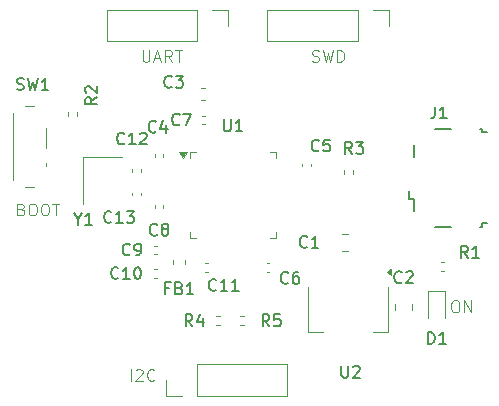
<source format=gbr>
%TF.GenerationSoftware,KiCad,Pcbnew,8.0.5*%
%TF.CreationDate,2024-09-22T14:53:49-07:00*%
%TF.ProjectId,Udemy_STM32_KiCAD_Course,5564656d-795f-4535-944d-33325f4b6943,rev?*%
%TF.SameCoordinates,Original*%
%TF.FileFunction,Legend,Top*%
%TF.FilePolarity,Positive*%
%FSLAX46Y46*%
G04 Gerber Fmt 4.6, Leading zero omitted, Abs format (unit mm)*
G04 Created by KiCad (PCBNEW 8.0.5) date 2024-09-22 14:53:49*
%MOMM*%
%LPD*%
G01*
G04 APERTURE LIST*
%ADD10C,0.100000*%
%ADD11C,0.150000*%
%ADD12C,0.120000*%
G04 APERTURE END LIST*
D10*
X117103884Y-123072419D02*
X117103884Y-122072419D01*
X117532455Y-122167657D02*
X117580074Y-122120038D01*
X117580074Y-122120038D02*
X117675312Y-122072419D01*
X117675312Y-122072419D02*
X117913407Y-122072419D01*
X117913407Y-122072419D02*
X118008645Y-122120038D01*
X118008645Y-122120038D02*
X118056264Y-122167657D01*
X118056264Y-122167657D02*
X118103883Y-122262895D01*
X118103883Y-122262895D02*
X118103883Y-122358133D01*
X118103883Y-122358133D02*
X118056264Y-122500990D01*
X118056264Y-122500990D02*
X117484836Y-123072419D01*
X117484836Y-123072419D02*
X118103883Y-123072419D01*
X119103883Y-122977180D02*
X119056264Y-123024800D01*
X119056264Y-123024800D02*
X118913407Y-123072419D01*
X118913407Y-123072419D02*
X118818169Y-123072419D01*
X118818169Y-123072419D02*
X118675312Y-123024800D01*
X118675312Y-123024800D02*
X118580074Y-122929561D01*
X118580074Y-122929561D02*
X118532455Y-122834323D01*
X118532455Y-122834323D02*
X118484836Y-122643847D01*
X118484836Y-122643847D02*
X118484836Y-122500990D01*
X118484836Y-122500990D02*
X118532455Y-122310514D01*
X118532455Y-122310514D02*
X118580074Y-122215276D01*
X118580074Y-122215276D02*
X118675312Y-122120038D01*
X118675312Y-122120038D02*
X118818169Y-122072419D01*
X118818169Y-122072419D02*
X118913407Y-122072419D01*
X118913407Y-122072419D02*
X119056264Y-122120038D01*
X119056264Y-122120038D02*
X119103883Y-122167657D01*
X144494360Y-116272419D02*
X144684836Y-116272419D01*
X144684836Y-116272419D02*
X144780074Y-116320038D01*
X144780074Y-116320038D02*
X144875312Y-116415276D01*
X144875312Y-116415276D02*
X144922931Y-116605752D01*
X144922931Y-116605752D02*
X144922931Y-116939085D01*
X144922931Y-116939085D02*
X144875312Y-117129561D01*
X144875312Y-117129561D02*
X144780074Y-117224800D01*
X144780074Y-117224800D02*
X144684836Y-117272419D01*
X144684836Y-117272419D02*
X144494360Y-117272419D01*
X144494360Y-117272419D02*
X144399122Y-117224800D01*
X144399122Y-117224800D02*
X144303884Y-117129561D01*
X144303884Y-117129561D02*
X144256265Y-116939085D01*
X144256265Y-116939085D02*
X144256265Y-116605752D01*
X144256265Y-116605752D02*
X144303884Y-116415276D01*
X144303884Y-116415276D02*
X144399122Y-116320038D01*
X144399122Y-116320038D02*
X144494360Y-116272419D01*
X145351503Y-117272419D02*
X145351503Y-116272419D01*
X145351503Y-116272419D02*
X145922931Y-117272419D01*
X145922931Y-117272419D02*
X145922931Y-116272419D01*
X107837217Y-108548609D02*
X107980074Y-108596228D01*
X107980074Y-108596228D02*
X108027693Y-108643847D01*
X108027693Y-108643847D02*
X108075312Y-108739085D01*
X108075312Y-108739085D02*
X108075312Y-108881942D01*
X108075312Y-108881942D02*
X108027693Y-108977180D01*
X108027693Y-108977180D02*
X107980074Y-109024800D01*
X107980074Y-109024800D02*
X107884836Y-109072419D01*
X107884836Y-109072419D02*
X107503884Y-109072419D01*
X107503884Y-109072419D02*
X107503884Y-108072419D01*
X107503884Y-108072419D02*
X107837217Y-108072419D01*
X107837217Y-108072419D02*
X107932455Y-108120038D01*
X107932455Y-108120038D02*
X107980074Y-108167657D01*
X107980074Y-108167657D02*
X108027693Y-108262895D01*
X108027693Y-108262895D02*
X108027693Y-108358133D01*
X108027693Y-108358133D02*
X107980074Y-108453371D01*
X107980074Y-108453371D02*
X107932455Y-108500990D01*
X107932455Y-108500990D02*
X107837217Y-108548609D01*
X107837217Y-108548609D02*
X107503884Y-108548609D01*
X108694360Y-108072419D02*
X108884836Y-108072419D01*
X108884836Y-108072419D02*
X108980074Y-108120038D01*
X108980074Y-108120038D02*
X109075312Y-108215276D01*
X109075312Y-108215276D02*
X109122931Y-108405752D01*
X109122931Y-108405752D02*
X109122931Y-108739085D01*
X109122931Y-108739085D02*
X109075312Y-108929561D01*
X109075312Y-108929561D02*
X108980074Y-109024800D01*
X108980074Y-109024800D02*
X108884836Y-109072419D01*
X108884836Y-109072419D02*
X108694360Y-109072419D01*
X108694360Y-109072419D02*
X108599122Y-109024800D01*
X108599122Y-109024800D02*
X108503884Y-108929561D01*
X108503884Y-108929561D02*
X108456265Y-108739085D01*
X108456265Y-108739085D02*
X108456265Y-108405752D01*
X108456265Y-108405752D02*
X108503884Y-108215276D01*
X108503884Y-108215276D02*
X108599122Y-108120038D01*
X108599122Y-108120038D02*
X108694360Y-108072419D01*
X109741979Y-108072419D02*
X109932455Y-108072419D01*
X109932455Y-108072419D02*
X110027693Y-108120038D01*
X110027693Y-108120038D02*
X110122931Y-108215276D01*
X110122931Y-108215276D02*
X110170550Y-108405752D01*
X110170550Y-108405752D02*
X110170550Y-108739085D01*
X110170550Y-108739085D02*
X110122931Y-108929561D01*
X110122931Y-108929561D02*
X110027693Y-109024800D01*
X110027693Y-109024800D02*
X109932455Y-109072419D01*
X109932455Y-109072419D02*
X109741979Y-109072419D01*
X109741979Y-109072419D02*
X109646741Y-109024800D01*
X109646741Y-109024800D02*
X109551503Y-108929561D01*
X109551503Y-108929561D02*
X109503884Y-108739085D01*
X109503884Y-108739085D02*
X109503884Y-108405752D01*
X109503884Y-108405752D02*
X109551503Y-108215276D01*
X109551503Y-108215276D02*
X109646741Y-108120038D01*
X109646741Y-108120038D02*
X109741979Y-108072419D01*
X110456265Y-108072419D02*
X111027693Y-108072419D01*
X110741979Y-109072419D02*
X110741979Y-108072419D01*
X118103884Y-95072419D02*
X118103884Y-95881942D01*
X118103884Y-95881942D02*
X118151503Y-95977180D01*
X118151503Y-95977180D02*
X118199122Y-96024800D01*
X118199122Y-96024800D02*
X118294360Y-96072419D01*
X118294360Y-96072419D02*
X118484836Y-96072419D01*
X118484836Y-96072419D02*
X118580074Y-96024800D01*
X118580074Y-96024800D02*
X118627693Y-95977180D01*
X118627693Y-95977180D02*
X118675312Y-95881942D01*
X118675312Y-95881942D02*
X118675312Y-95072419D01*
X119103884Y-95786704D02*
X119580074Y-95786704D01*
X119008646Y-96072419D02*
X119341979Y-95072419D01*
X119341979Y-95072419D02*
X119675312Y-96072419D01*
X120580074Y-96072419D02*
X120246741Y-95596228D01*
X120008646Y-96072419D02*
X120008646Y-95072419D01*
X120008646Y-95072419D02*
X120389598Y-95072419D01*
X120389598Y-95072419D02*
X120484836Y-95120038D01*
X120484836Y-95120038D02*
X120532455Y-95167657D01*
X120532455Y-95167657D02*
X120580074Y-95262895D01*
X120580074Y-95262895D02*
X120580074Y-95405752D01*
X120580074Y-95405752D02*
X120532455Y-95500990D01*
X120532455Y-95500990D02*
X120484836Y-95548609D01*
X120484836Y-95548609D02*
X120389598Y-95596228D01*
X120389598Y-95596228D02*
X120008646Y-95596228D01*
X120865789Y-95072419D02*
X121437217Y-95072419D01*
X121151503Y-96072419D02*
X121151503Y-95072419D01*
X132456265Y-96024800D02*
X132599122Y-96072419D01*
X132599122Y-96072419D02*
X132837217Y-96072419D01*
X132837217Y-96072419D02*
X132932455Y-96024800D01*
X132932455Y-96024800D02*
X132980074Y-95977180D01*
X132980074Y-95977180D02*
X133027693Y-95881942D01*
X133027693Y-95881942D02*
X133027693Y-95786704D01*
X133027693Y-95786704D02*
X132980074Y-95691466D01*
X132980074Y-95691466D02*
X132932455Y-95643847D01*
X132932455Y-95643847D02*
X132837217Y-95596228D01*
X132837217Y-95596228D02*
X132646741Y-95548609D01*
X132646741Y-95548609D02*
X132551503Y-95500990D01*
X132551503Y-95500990D02*
X132503884Y-95453371D01*
X132503884Y-95453371D02*
X132456265Y-95358133D01*
X132456265Y-95358133D02*
X132456265Y-95262895D01*
X132456265Y-95262895D02*
X132503884Y-95167657D01*
X132503884Y-95167657D02*
X132551503Y-95120038D01*
X132551503Y-95120038D02*
X132646741Y-95072419D01*
X132646741Y-95072419D02*
X132884836Y-95072419D01*
X132884836Y-95072419D02*
X133027693Y-95120038D01*
X133361027Y-95072419D02*
X133599122Y-96072419D01*
X133599122Y-96072419D02*
X133789598Y-95358133D01*
X133789598Y-95358133D02*
X133980074Y-96072419D01*
X133980074Y-96072419D02*
X134218170Y-95072419D01*
X134599122Y-96072419D02*
X134599122Y-95072419D01*
X134599122Y-95072419D02*
X134837217Y-95072419D01*
X134837217Y-95072419D02*
X134980074Y-95120038D01*
X134980074Y-95120038D02*
X135075312Y-95215276D01*
X135075312Y-95215276D02*
X135122931Y-95310514D01*
X135122931Y-95310514D02*
X135170550Y-95500990D01*
X135170550Y-95500990D02*
X135170550Y-95643847D01*
X135170550Y-95643847D02*
X135122931Y-95834323D01*
X135122931Y-95834323D02*
X135075312Y-95929561D01*
X135075312Y-95929561D02*
X134980074Y-96024800D01*
X134980074Y-96024800D02*
X134837217Y-96072419D01*
X134837217Y-96072419D02*
X134599122Y-96072419D01*
D11*
X107466667Y-98407200D02*
X107609524Y-98454819D01*
X107609524Y-98454819D02*
X107847619Y-98454819D01*
X107847619Y-98454819D02*
X107942857Y-98407200D01*
X107942857Y-98407200D02*
X107990476Y-98359580D01*
X107990476Y-98359580D02*
X108038095Y-98264342D01*
X108038095Y-98264342D02*
X108038095Y-98169104D01*
X108038095Y-98169104D02*
X107990476Y-98073866D01*
X107990476Y-98073866D02*
X107942857Y-98026247D01*
X107942857Y-98026247D02*
X107847619Y-97978628D01*
X107847619Y-97978628D02*
X107657143Y-97931009D01*
X107657143Y-97931009D02*
X107561905Y-97883390D01*
X107561905Y-97883390D02*
X107514286Y-97835771D01*
X107514286Y-97835771D02*
X107466667Y-97740533D01*
X107466667Y-97740533D02*
X107466667Y-97645295D01*
X107466667Y-97645295D02*
X107514286Y-97550057D01*
X107514286Y-97550057D02*
X107561905Y-97502438D01*
X107561905Y-97502438D02*
X107657143Y-97454819D01*
X107657143Y-97454819D02*
X107895238Y-97454819D01*
X107895238Y-97454819D02*
X108038095Y-97502438D01*
X108371429Y-97454819D02*
X108609524Y-98454819D01*
X108609524Y-98454819D02*
X108800000Y-97740533D01*
X108800000Y-97740533D02*
X108990476Y-98454819D01*
X108990476Y-98454819D02*
X109228572Y-97454819D01*
X110133333Y-98454819D02*
X109561905Y-98454819D01*
X109847619Y-98454819D02*
X109847619Y-97454819D01*
X109847619Y-97454819D02*
X109752381Y-97597676D01*
X109752381Y-97597676D02*
X109657143Y-97692914D01*
X109657143Y-97692914D02*
X109561905Y-97740533D01*
X112623809Y-109378628D02*
X112623809Y-109854819D01*
X112290476Y-108854819D02*
X112623809Y-109378628D01*
X112623809Y-109378628D02*
X112957142Y-108854819D01*
X113814285Y-109854819D02*
X113242857Y-109854819D01*
X113528571Y-109854819D02*
X113528571Y-108854819D01*
X113528571Y-108854819D02*
X113433333Y-108997676D01*
X113433333Y-108997676D02*
X113338095Y-109092914D01*
X113338095Y-109092914D02*
X113242857Y-109140533D01*
X134938095Y-121804819D02*
X134938095Y-122614342D01*
X134938095Y-122614342D02*
X134985714Y-122709580D01*
X134985714Y-122709580D02*
X135033333Y-122757200D01*
X135033333Y-122757200D02*
X135128571Y-122804819D01*
X135128571Y-122804819D02*
X135319047Y-122804819D01*
X135319047Y-122804819D02*
X135414285Y-122757200D01*
X135414285Y-122757200D02*
X135461904Y-122709580D01*
X135461904Y-122709580D02*
X135509523Y-122614342D01*
X135509523Y-122614342D02*
X135509523Y-121804819D01*
X135938095Y-121900057D02*
X135985714Y-121852438D01*
X135985714Y-121852438D02*
X136080952Y-121804819D01*
X136080952Y-121804819D02*
X136319047Y-121804819D01*
X136319047Y-121804819D02*
X136414285Y-121852438D01*
X136414285Y-121852438D02*
X136461904Y-121900057D01*
X136461904Y-121900057D02*
X136509523Y-121995295D01*
X136509523Y-121995295D02*
X136509523Y-122090533D01*
X136509523Y-122090533D02*
X136461904Y-122233390D01*
X136461904Y-122233390D02*
X135890476Y-122804819D01*
X135890476Y-122804819D02*
X136509523Y-122804819D01*
X124988095Y-100942319D02*
X124988095Y-101751842D01*
X124988095Y-101751842D02*
X125035714Y-101847080D01*
X125035714Y-101847080D02*
X125083333Y-101894700D01*
X125083333Y-101894700D02*
X125178571Y-101942319D01*
X125178571Y-101942319D02*
X125369047Y-101942319D01*
X125369047Y-101942319D02*
X125464285Y-101894700D01*
X125464285Y-101894700D02*
X125511904Y-101847080D01*
X125511904Y-101847080D02*
X125559523Y-101751842D01*
X125559523Y-101751842D02*
X125559523Y-100942319D01*
X126559523Y-101942319D02*
X125988095Y-101942319D01*
X126273809Y-101942319D02*
X126273809Y-100942319D01*
X126273809Y-100942319D02*
X126178571Y-101085176D01*
X126178571Y-101085176D02*
X126083333Y-101180414D01*
X126083333Y-101180414D02*
X125988095Y-101228033D01*
X128843333Y-118454819D02*
X128510000Y-117978628D01*
X128271905Y-118454819D02*
X128271905Y-117454819D01*
X128271905Y-117454819D02*
X128652857Y-117454819D01*
X128652857Y-117454819D02*
X128748095Y-117502438D01*
X128748095Y-117502438D02*
X128795714Y-117550057D01*
X128795714Y-117550057D02*
X128843333Y-117645295D01*
X128843333Y-117645295D02*
X128843333Y-117788152D01*
X128843333Y-117788152D02*
X128795714Y-117883390D01*
X128795714Y-117883390D02*
X128748095Y-117931009D01*
X128748095Y-117931009D02*
X128652857Y-117978628D01*
X128652857Y-117978628D02*
X128271905Y-117978628D01*
X129748095Y-117454819D02*
X129271905Y-117454819D01*
X129271905Y-117454819D02*
X129224286Y-117931009D01*
X129224286Y-117931009D02*
X129271905Y-117883390D01*
X129271905Y-117883390D02*
X129367143Y-117835771D01*
X129367143Y-117835771D02*
X129605238Y-117835771D01*
X129605238Y-117835771D02*
X129700476Y-117883390D01*
X129700476Y-117883390D02*
X129748095Y-117931009D01*
X129748095Y-117931009D02*
X129795714Y-118026247D01*
X129795714Y-118026247D02*
X129795714Y-118264342D01*
X129795714Y-118264342D02*
X129748095Y-118359580D01*
X129748095Y-118359580D02*
X129700476Y-118407200D01*
X129700476Y-118407200D02*
X129605238Y-118454819D01*
X129605238Y-118454819D02*
X129367143Y-118454819D01*
X129367143Y-118454819D02*
X129271905Y-118407200D01*
X129271905Y-118407200D02*
X129224286Y-118359580D01*
X122323333Y-118454819D02*
X121990000Y-117978628D01*
X121751905Y-118454819D02*
X121751905Y-117454819D01*
X121751905Y-117454819D02*
X122132857Y-117454819D01*
X122132857Y-117454819D02*
X122228095Y-117502438D01*
X122228095Y-117502438D02*
X122275714Y-117550057D01*
X122275714Y-117550057D02*
X122323333Y-117645295D01*
X122323333Y-117645295D02*
X122323333Y-117788152D01*
X122323333Y-117788152D02*
X122275714Y-117883390D01*
X122275714Y-117883390D02*
X122228095Y-117931009D01*
X122228095Y-117931009D02*
X122132857Y-117978628D01*
X122132857Y-117978628D02*
X121751905Y-117978628D01*
X123180476Y-117788152D02*
X123180476Y-118454819D01*
X122942381Y-117407200D02*
X122704286Y-118121485D01*
X122704286Y-118121485D02*
X123323333Y-118121485D01*
X135833333Y-103854819D02*
X135500000Y-103378628D01*
X135261905Y-103854819D02*
X135261905Y-102854819D01*
X135261905Y-102854819D02*
X135642857Y-102854819D01*
X135642857Y-102854819D02*
X135738095Y-102902438D01*
X135738095Y-102902438D02*
X135785714Y-102950057D01*
X135785714Y-102950057D02*
X135833333Y-103045295D01*
X135833333Y-103045295D02*
X135833333Y-103188152D01*
X135833333Y-103188152D02*
X135785714Y-103283390D01*
X135785714Y-103283390D02*
X135738095Y-103331009D01*
X135738095Y-103331009D02*
X135642857Y-103378628D01*
X135642857Y-103378628D02*
X135261905Y-103378628D01*
X136166667Y-102854819D02*
X136785714Y-102854819D01*
X136785714Y-102854819D02*
X136452381Y-103235771D01*
X136452381Y-103235771D02*
X136595238Y-103235771D01*
X136595238Y-103235771D02*
X136690476Y-103283390D01*
X136690476Y-103283390D02*
X136738095Y-103331009D01*
X136738095Y-103331009D02*
X136785714Y-103426247D01*
X136785714Y-103426247D02*
X136785714Y-103664342D01*
X136785714Y-103664342D02*
X136738095Y-103759580D01*
X136738095Y-103759580D02*
X136690476Y-103807200D01*
X136690476Y-103807200D02*
X136595238Y-103854819D01*
X136595238Y-103854819D02*
X136309524Y-103854819D01*
X136309524Y-103854819D02*
X136214286Y-103807200D01*
X136214286Y-103807200D02*
X136166667Y-103759580D01*
X114254819Y-99076666D02*
X113778628Y-99409999D01*
X114254819Y-99648094D02*
X113254819Y-99648094D01*
X113254819Y-99648094D02*
X113254819Y-99267142D01*
X113254819Y-99267142D02*
X113302438Y-99171904D01*
X113302438Y-99171904D02*
X113350057Y-99124285D01*
X113350057Y-99124285D02*
X113445295Y-99076666D01*
X113445295Y-99076666D02*
X113588152Y-99076666D01*
X113588152Y-99076666D02*
X113683390Y-99124285D01*
X113683390Y-99124285D02*
X113731009Y-99171904D01*
X113731009Y-99171904D02*
X113778628Y-99267142D01*
X113778628Y-99267142D02*
X113778628Y-99648094D01*
X113350057Y-98695713D02*
X113302438Y-98648094D01*
X113302438Y-98648094D02*
X113254819Y-98552856D01*
X113254819Y-98552856D02*
X113254819Y-98314761D01*
X113254819Y-98314761D02*
X113302438Y-98219523D01*
X113302438Y-98219523D02*
X113350057Y-98171904D01*
X113350057Y-98171904D02*
X113445295Y-98124285D01*
X113445295Y-98124285D02*
X113540533Y-98124285D01*
X113540533Y-98124285D02*
X113683390Y-98171904D01*
X113683390Y-98171904D02*
X114254819Y-98743332D01*
X114254819Y-98743332D02*
X114254819Y-98124285D01*
X145633333Y-112654819D02*
X145300000Y-112178628D01*
X145061905Y-112654819D02*
X145061905Y-111654819D01*
X145061905Y-111654819D02*
X145442857Y-111654819D01*
X145442857Y-111654819D02*
X145538095Y-111702438D01*
X145538095Y-111702438D02*
X145585714Y-111750057D01*
X145585714Y-111750057D02*
X145633333Y-111845295D01*
X145633333Y-111845295D02*
X145633333Y-111988152D01*
X145633333Y-111988152D02*
X145585714Y-112083390D01*
X145585714Y-112083390D02*
X145538095Y-112131009D01*
X145538095Y-112131009D02*
X145442857Y-112178628D01*
X145442857Y-112178628D02*
X145061905Y-112178628D01*
X146585714Y-112654819D02*
X146014286Y-112654819D01*
X146300000Y-112654819D02*
X146300000Y-111654819D01*
X146300000Y-111654819D02*
X146204762Y-111797676D01*
X146204762Y-111797676D02*
X146109524Y-111892914D01*
X146109524Y-111892914D02*
X146014286Y-111940533D01*
X142866666Y-99854819D02*
X142866666Y-100569104D01*
X142866666Y-100569104D02*
X142819047Y-100711961D01*
X142819047Y-100711961D02*
X142723809Y-100807200D01*
X142723809Y-100807200D02*
X142580952Y-100854819D01*
X142580952Y-100854819D02*
X142485714Y-100854819D01*
X143866666Y-100854819D02*
X143295238Y-100854819D01*
X143580952Y-100854819D02*
X143580952Y-99854819D01*
X143580952Y-99854819D02*
X143485714Y-99997676D01*
X143485714Y-99997676D02*
X143390476Y-100092914D01*
X143390476Y-100092914D02*
X143295238Y-100140533D01*
X120366666Y-115218509D02*
X120033333Y-115218509D01*
X120033333Y-115742319D02*
X120033333Y-114742319D01*
X120033333Y-114742319D02*
X120509523Y-114742319D01*
X121223809Y-115218509D02*
X121366666Y-115266128D01*
X121366666Y-115266128D02*
X121414285Y-115313747D01*
X121414285Y-115313747D02*
X121461904Y-115408985D01*
X121461904Y-115408985D02*
X121461904Y-115551842D01*
X121461904Y-115551842D02*
X121414285Y-115647080D01*
X121414285Y-115647080D02*
X121366666Y-115694700D01*
X121366666Y-115694700D02*
X121271428Y-115742319D01*
X121271428Y-115742319D02*
X120890476Y-115742319D01*
X120890476Y-115742319D02*
X120890476Y-114742319D01*
X120890476Y-114742319D02*
X121223809Y-114742319D01*
X121223809Y-114742319D02*
X121319047Y-114789938D01*
X121319047Y-114789938D02*
X121366666Y-114837557D01*
X121366666Y-114837557D02*
X121414285Y-114932795D01*
X121414285Y-114932795D02*
X121414285Y-115028033D01*
X121414285Y-115028033D02*
X121366666Y-115123271D01*
X121366666Y-115123271D02*
X121319047Y-115170890D01*
X121319047Y-115170890D02*
X121223809Y-115218509D01*
X121223809Y-115218509D02*
X120890476Y-115218509D01*
X122414285Y-115742319D02*
X121842857Y-115742319D01*
X122128571Y-115742319D02*
X122128571Y-114742319D01*
X122128571Y-114742319D02*
X122033333Y-114885176D01*
X122033333Y-114885176D02*
X121938095Y-114980414D01*
X121938095Y-114980414D02*
X121842857Y-115028033D01*
X142261905Y-119954819D02*
X142261905Y-118954819D01*
X142261905Y-118954819D02*
X142500000Y-118954819D01*
X142500000Y-118954819D02*
X142642857Y-119002438D01*
X142642857Y-119002438D02*
X142738095Y-119097676D01*
X142738095Y-119097676D02*
X142785714Y-119192914D01*
X142785714Y-119192914D02*
X142833333Y-119383390D01*
X142833333Y-119383390D02*
X142833333Y-119526247D01*
X142833333Y-119526247D02*
X142785714Y-119716723D01*
X142785714Y-119716723D02*
X142738095Y-119811961D01*
X142738095Y-119811961D02*
X142642857Y-119907200D01*
X142642857Y-119907200D02*
X142500000Y-119954819D01*
X142500000Y-119954819D02*
X142261905Y-119954819D01*
X143785714Y-119954819D02*
X143214286Y-119954819D01*
X143500000Y-119954819D02*
X143500000Y-118954819D01*
X143500000Y-118954819D02*
X143404762Y-119097676D01*
X143404762Y-119097676D02*
X143309524Y-119192914D01*
X143309524Y-119192914D02*
X143214286Y-119240533D01*
X115457142Y-109609580D02*
X115409523Y-109657200D01*
X115409523Y-109657200D02*
X115266666Y-109704819D01*
X115266666Y-109704819D02*
X115171428Y-109704819D01*
X115171428Y-109704819D02*
X115028571Y-109657200D01*
X115028571Y-109657200D02*
X114933333Y-109561961D01*
X114933333Y-109561961D02*
X114885714Y-109466723D01*
X114885714Y-109466723D02*
X114838095Y-109276247D01*
X114838095Y-109276247D02*
X114838095Y-109133390D01*
X114838095Y-109133390D02*
X114885714Y-108942914D01*
X114885714Y-108942914D02*
X114933333Y-108847676D01*
X114933333Y-108847676D02*
X115028571Y-108752438D01*
X115028571Y-108752438D02*
X115171428Y-108704819D01*
X115171428Y-108704819D02*
X115266666Y-108704819D01*
X115266666Y-108704819D02*
X115409523Y-108752438D01*
X115409523Y-108752438D02*
X115457142Y-108800057D01*
X116409523Y-109704819D02*
X115838095Y-109704819D01*
X116123809Y-109704819D02*
X116123809Y-108704819D01*
X116123809Y-108704819D02*
X116028571Y-108847676D01*
X116028571Y-108847676D02*
X115933333Y-108942914D01*
X115933333Y-108942914D02*
X115838095Y-108990533D01*
X116742857Y-108704819D02*
X117361904Y-108704819D01*
X117361904Y-108704819D02*
X117028571Y-109085771D01*
X117028571Y-109085771D02*
X117171428Y-109085771D01*
X117171428Y-109085771D02*
X117266666Y-109133390D01*
X117266666Y-109133390D02*
X117314285Y-109181009D01*
X117314285Y-109181009D02*
X117361904Y-109276247D01*
X117361904Y-109276247D02*
X117361904Y-109514342D01*
X117361904Y-109514342D02*
X117314285Y-109609580D01*
X117314285Y-109609580D02*
X117266666Y-109657200D01*
X117266666Y-109657200D02*
X117171428Y-109704819D01*
X117171428Y-109704819D02*
X116885714Y-109704819D01*
X116885714Y-109704819D02*
X116790476Y-109657200D01*
X116790476Y-109657200D02*
X116742857Y-109609580D01*
X116557142Y-102959580D02*
X116509523Y-103007200D01*
X116509523Y-103007200D02*
X116366666Y-103054819D01*
X116366666Y-103054819D02*
X116271428Y-103054819D01*
X116271428Y-103054819D02*
X116128571Y-103007200D01*
X116128571Y-103007200D02*
X116033333Y-102911961D01*
X116033333Y-102911961D02*
X115985714Y-102816723D01*
X115985714Y-102816723D02*
X115938095Y-102626247D01*
X115938095Y-102626247D02*
X115938095Y-102483390D01*
X115938095Y-102483390D02*
X115985714Y-102292914D01*
X115985714Y-102292914D02*
X116033333Y-102197676D01*
X116033333Y-102197676D02*
X116128571Y-102102438D01*
X116128571Y-102102438D02*
X116271428Y-102054819D01*
X116271428Y-102054819D02*
X116366666Y-102054819D01*
X116366666Y-102054819D02*
X116509523Y-102102438D01*
X116509523Y-102102438D02*
X116557142Y-102150057D01*
X117509523Y-103054819D02*
X116938095Y-103054819D01*
X117223809Y-103054819D02*
X117223809Y-102054819D01*
X117223809Y-102054819D02*
X117128571Y-102197676D01*
X117128571Y-102197676D02*
X117033333Y-102292914D01*
X117033333Y-102292914D02*
X116938095Y-102340533D01*
X117890476Y-102150057D02*
X117938095Y-102102438D01*
X117938095Y-102102438D02*
X118033333Y-102054819D01*
X118033333Y-102054819D02*
X118271428Y-102054819D01*
X118271428Y-102054819D02*
X118366666Y-102102438D01*
X118366666Y-102102438D02*
X118414285Y-102150057D01*
X118414285Y-102150057D02*
X118461904Y-102245295D01*
X118461904Y-102245295D02*
X118461904Y-102340533D01*
X118461904Y-102340533D02*
X118414285Y-102483390D01*
X118414285Y-102483390D02*
X117842857Y-103054819D01*
X117842857Y-103054819D02*
X118461904Y-103054819D01*
X124337142Y-115359580D02*
X124289523Y-115407200D01*
X124289523Y-115407200D02*
X124146666Y-115454819D01*
X124146666Y-115454819D02*
X124051428Y-115454819D01*
X124051428Y-115454819D02*
X123908571Y-115407200D01*
X123908571Y-115407200D02*
X123813333Y-115311961D01*
X123813333Y-115311961D02*
X123765714Y-115216723D01*
X123765714Y-115216723D02*
X123718095Y-115026247D01*
X123718095Y-115026247D02*
X123718095Y-114883390D01*
X123718095Y-114883390D02*
X123765714Y-114692914D01*
X123765714Y-114692914D02*
X123813333Y-114597676D01*
X123813333Y-114597676D02*
X123908571Y-114502438D01*
X123908571Y-114502438D02*
X124051428Y-114454819D01*
X124051428Y-114454819D02*
X124146666Y-114454819D01*
X124146666Y-114454819D02*
X124289523Y-114502438D01*
X124289523Y-114502438D02*
X124337142Y-114550057D01*
X125289523Y-115454819D02*
X124718095Y-115454819D01*
X125003809Y-115454819D02*
X125003809Y-114454819D01*
X125003809Y-114454819D02*
X124908571Y-114597676D01*
X124908571Y-114597676D02*
X124813333Y-114692914D01*
X124813333Y-114692914D02*
X124718095Y-114740533D01*
X126241904Y-115454819D02*
X125670476Y-115454819D01*
X125956190Y-115454819D02*
X125956190Y-114454819D01*
X125956190Y-114454819D02*
X125860952Y-114597676D01*
X125860952Y-114597676D02*
X125765714Y-114692914D01*
X125765714Y-114692914D02*
X125670476Y-114740533D01*
X116057142Y-114359580D02*
X116009523Y-114407200D01*
X116009523Y-114407200D02*
X115866666Y-114454819D01*
X115866666Y-114454819D02*
X115771428Y-114454819D01*
X115771428Y-114454819D02*
X115628571Y-114407200D01*
X115628571Y-114407200D02*
X115533333Y-114311961D01*
X115533333Y-114311961D02*
X115485714Y-114216723D01*
X115485714Y-114216723D02*
X115438095Y-114026247D01*
X115438095Y-114026247D02*
X115438095Y-113883390D01*
X115438095Y-113883390D02*
X115485714Y-113692914D01*
X115485714Y-113692914D02*
X115533333Y-113597676D01*
X115533333Y-113597676D02*
X115628571Y-113502438D01*
X115628571Y-113502438D02*
X115771428Y-113454819D01*
X115771428Y-113454819D02*
X115866666Y-113454819D01*
X115866666Y-113454819D02*
X116009523Y-113502438D01*
X116009523Y-113502438D02*
X116057142Y-113550057D01*
X117009523Y-114454819D02*
X116438095Y-114454819D01*
X116723809Y-114454819D02*
X116723809Y-113454819D01*
X116723809Y-113454819D02*
X116628571Y-113597676D01*
X116628571Y-113597676D02*
X116533333Y-113692914D01*
X116533333Y-113692914D02*
X116438095Y-113740533D01*
X117628571Y-113454819D02*
X117723809Y-113454819D01*
X117723809Y-113454819D02*
X117819047Y-113502438D01*
X117819047Y-113502438D02*
X117866666Y-113550057D01*
X117866666Y-113550057D02*
X117914285Y-113645295D01*
X117914285Y-113645295D02*
X117961904Y-113835771D01*
X117961904Y-113835771D02*
X117961904Y-114073866D01*
X117961904Y-114073866D02*
X117914285Y-114264342D01*
X117914285Y-114264342D02*
X117866666Y-114359580D01*
X117866666Y-114359580D02*
X117819047Y-114407200D01*
X117819047Y-114407200D02*
X117723809Y-114454819D01*
X117723809Y-114454819D02*
X117628571Y-114454819D01*
X117628571Y-114454819D02*
X117533333Y-114407200D01*
X117533333Y-114407200D02*
X117485714Y-114359580D01*
X117485714Y-114359580D02*
X117438095Y-114264342D01*
X117438095Y-114264342D02*
X117390476Y-114073866D01*
X117390476Y-114073866D02*
X117390476Y-113835771D01*
X117390476Y-113835771D02*
X117438095Y-113645295D01*
X117438095Y-113645295D02*
X117485714Y-113550057D01*
X117485714Y-113550057D02*
X117533333Y-113502438D01*
X117533333Y-113502438D02*
X117628571Y-113454819D01*
X117033333Y-112359580D02*
X116985714Y-112407200D01*
X116985714Y-112407200D02*
X116842857Y-112454819D01*
X116842857Y-112454819D02*
X116747619Y-112454819D01*
X116747619Y-112454819D02*
X116604762Y-112407200D01*
X116604762Y-112407200D02*
X116509524Y-112311961D01*
X116509524Y-112311961D02*
X116461905Y-112216723D01*
X116461905Y-112216723D02*
X116414286Y-112026247D01*
X116414286Y-112026247D02*
X116414286Y-111883390D01*
X116414286Y-111883390D02*
X116461905Y-111692914D01*
X116461905Y-111692914D02*
X116509524Y-111597676D01*
X116509524Y-111597676D02*
X116604762Y-111502438D01*
X116604762Y-111502438D02*
X116747619Y-111454819D01*
X116747619Y-111454819D02*
X116842857Y-111454819D01*
X116842857Y-111454819D02*
X116985714Y-111502438D01*
X116985714Y-111502438D02*
X117033333Y-111550057D01*
X117509524Y-112454819D02*
X117700000Y-112454819D01*
X117700000Y-112454819D02*
X117795238Y-112407200D01*
X117795238Y-112407200D02*
X117842857Y-112359580D01*
X117842857Y-112359580D02*
X117938095Y-112216723D01*
X117938095Y-112216723D02*
X117985714Y-112026247D01*
X117985714Y-112026247D02*
X117985714Y-111645295D01*
X117985714Y-111645295D02*
X117938095Y-111550057D01*
X117938095Y-111550057D02*
X117890476Y-111502438D01*
X117890476Y-111502438D02*
X117795238Y-111454819D01*
X117795238Y-111454819D02*
X117604762Y-111454819D01*
X117604762Y-111454819D02*
X117509524Y-111502438D01*
X117509524Y-111502438D02*
X117461905Y-111550057D01*
X117461905Y-111550057D02*
X117414286Y-111645295D01*
X117414286Y-111645295D02*
X117414286Y-111883390D01*
X117414286Y-111883390D02*
X117461905Y-111978628D01*
X117461905Y-111978628D02*
X117509524Y-112026247D01*
X117509524Y-112026247D02*
X117604762Y-112073866D01*
X117604762Y-112073866D02*
X117795238Y-112073866D01*
X117795238Y-112073866D02*
X117890476Y-112026247D01*
X117890476Y-112026247D02*
X117938095Y-111978628D01*
X117938095Y-111978628D02*
X117985714Y-111883390D01*
X119333333Y-110679580D02*
X119285714Y-110727200D01*
X119285714Y-110727200D02*
X119142857Y-110774819D01*
X119142857Y-110774819D02*
X119047619Y-110774819D01*
X119047619Y-110774819D02*
X118904762Y-110727200D01*
X118904762Y-110727200D02*
X118809524Y-110631961D01*
X118809524Y-110631961D02*
X118761905Y-110536723D01*
X118761905Y-110536723D02*
X118714286Y-110346247D01*
X118714286Y-110346247D02*
X118714286Y-110203390D01*
X118714286Y-110203390D02*
X118761905Y-110012914D01*
X118761905Y-110012914D02*
X118809524Y-109917676D01*
X118809524Y-109917676D02*
X118904762Y-109822438D01*
X118904762Y-109822438D02*
X119047619Y-109774819D01*
X119047619Y-109774819D02*
X119142857Y-109774819D01*
X119142857Y-109774819D02*
X119285714Y-109822438D01*
X119285714Y-109822438D02*
X119333333Y-109870057D01*
X119904762Y-110203390D02*
X119809524Y-110155771D01*
X119809524Y-110155771D02*
X119761905Y-110108152D01*
X119761905Y-110108152D02*
X119714286Y-110012914D01*
X119714286Y-110012914D02*
X119714286Y-109965295D01*
X119714286Y-109965295D02*
X119761905Y-109870057D01*
X119761905Y-109870057D02*
X119809524Y-109822438D01*
X119809524Y-109822438D02*
X119904762Y-109774819D01*
X119904762Y-109774819D02*
X120095238Y-109774819D01*
X120095238Y-109774819D02*
X120190476Y-109822438D01*
X120190476Y-109822438D02*
X120238095Y-109870057D01*
X120238095Y-109870057D02*
X120285714Y-109965295D01*
X120285714Y-109965295D02*
X120285714Y-110012914D01*
X120285714Y-110012914D02*
X120238095Y-110108152D01*
X120238095Y-110108152D02*
X120190476Y-110155771D01*
X120190476Y-110155771D02*
X120095238Y-110203390D01*
X120095238Y-110203390D02*
X119904762Y-110203390D01*
X119904762Y-110203390D02*
X119809524Y-110251009D01*
X119809524Y-110251009D02*
X119761905Y-110298628D01*
X119761905Y-110298628D02*
X119714286Y-110393866D01*
X119714286Y-110393866D02*
X119714286Y-110584342D01*
X119714286Y-110584342D02*
X119761905Y-110679580D01*
X119761905Y-110679580D02*
X119809524Y-110727200D01*
X119809524Y-110727200D02*
X119904762Y-110774819D01*
X119904762Y-110774819D02*
X120095238Y-110774819D01*
X120095238Y-110774819D02*
X120190476Y-110727200D01*
X120190476Y-110727200D02*
X120238095Y-110679580D01*
X120238095Y-110679580D02*
X120285714Y-110584342D01*
X120285714Y-110584342D02*
X120285714Y-110393866D01*
X120285714Y-110393866D02*
X120238095Y-110298628D01*
X120238095Y-110298628D02*
X120190476Y-110251009D01*
X120190476Y-110251009D02*
X120095238Y-110203390D01*
X121233333Y-101359580D02*
X121185714Y-101407200D01*
X121185714Y-101407200D02*
X121042857Y-101454819D01*
X121042857Y-101454819D02*
X120947619Y-101454819D01*
X120947619Y-101454819D02*
X120804762Y-101407200D01*
X120804762Y-101407200D02*
X120709524Y-101311961D01*
X120709524Y-101311961D02*
X120661905Y-101216723D01*
X120661905Y-101216723D02*
X120614286Y-101026247D01*
X120614286Y-101026247D02*
X120614286Y-100883390D01*
X120614286Y-100883390D02*
X120661905Y-100692914D01*
X120661905Y-100692914D02*
X120709524Y-100597676D01*
X120709524Y-100597676D02*
X120804762Y-100502438D01*
X120804762Y-100502438D02*
X120947619Y-100454819D01*
X120947619Y-100454819D02*
X121042857Y-100454819D01*
X121042857Y-100454819D02*
X121185714Y-100502438D01*
X121185714Y-100502438D02*
X121233333Y-100550057D01*
X121566667Y-100454819D02*
X122233333Y-100454819D01*
X122233333Y-100454819D02*
X121804762Y-101454819D01*
X130433333Y-114759580D02*
X130385714Y-114807200D01*
X130385714Y-114807200D02*
X130242857Y-114854819D01*
X130242857Y-114854819D02*
X130147619Y-114854819D01*
X130147619Y-114854819D02*
X130004762Y-114807200D01*
X130004762Y-114807200D02*
X129909524Y-114711961D01*
X129909524Y-114711961D02*
X129861905Y-114616723D01*
X129861905Y-114616723D02*
X129814286Y-114426247D01*
X129814286Y-114426247D02*
X129814286Y-114283390D01*
X129814286Y-114283390D02*
X129861905Y-114092914D01*
X129861905Y-114092914D02*
X129909524Y-113997676D01*
X129909524Y-113997676D02*
X130004762Y-113902438D01*
X130004762Y-113902438D02*
X130147619Y-113854819D01*
X130147619Y-113854819D02*
X130242857Y-113854819D01*
X130242857Y-113854819D02*
X130385714Y-113902438D01*
X130385714Y-113902438D02*
X130433333Y-113950057D01*
X131290476Y-113854819D02*
X131100000Y-113854819D01*
X131100000Y-113854819D02*
X131004762Y-113902438D01*
X131004762Y-113902438D02*
X130957143Y-113950057D01*
X130957143Y-113950057D02*
X130861905Y-114092914D01*
X130861905Y-114092914D02*
X130814286Y-114283390D01*
X130814286Y-114283390D02*
X130814286Y-114664342D01*
X130814286Y-114664342D02*
X130861905Y-114759580D01*
X130861905Y-114759580D02*
X130909524Y-114807200D01*
X130909524Y-114807200D02*
X131004762Y-114854819D01*
X131004762Y-114854819D02*
X131195238Y-114854819D01*
X131195238Y-114854819D02*
X131290476Y-114807200D01*
X131290476Y-114807200D02*
X131338095Y-114759580D01*
X131338095Y-114759580D02*
X131385714Y-114664342D01*
X131385714Y-114664342D02*
X131385714Y-114426247D01*
X131385714Y-114426247D02*
X131338095Y-114331009D01*
X131338095Y-114331009D02*
X131290476Y-114283390D01*
X131290476Y-114283390D02*
X131195238Y-114235771D01*
X131195238Y-114235771D02*
X131004762Y-114235771D01*
X131004762Y-114235771D02*
X130909524Y-114283390D01*
X130909524Y-114283390D02*
X130861905Y-114331009D01*
X130861905Y-114331009D02*
X130814286Y-114426247D01*
X133033333Y-103559580D02*
X132985714Y-103607200D01*
X132985714Y-103607200D02*
X132842857Y-103654819D01*
X132842857Y-103654819D02*
X132747619Y-103654819D01*
X132747619Y-103654819D02*
X132604762Y-103607200D01*
X132604762Y-103607200D02*
X132509524Y-103511961D01*
X132509524Y-103511961D02*
X132461905Y-103416723D01*
X132461905Y-103416723D02*
X132414286Y-103226247D01*
X132414286Y-103226247D02*
X132414286Y-103083390D01*
X132414286Y-103083390D02*
X132461905Y-102892914D01*
X132461905Y-102892914D02*
X132509524Y-102797676D01*
X132509524Y-102797676D02*
X132604762Y-102702438D01*
X132604762Y-102702438D02*
X132747619Y-102654819D01*
X132747619Y-102654819D02*
X132842857Y-102654819D01*
X132842857Y-102654819D02*
X132985714Y-102702438D01*
X132985714Y-102702438D02*
X133033333Y-102750057D01*
X133938095Y-102654819D02*
X133461905Y-102654819D01*
X133461905Y-102654819D02*
X133414286Y-103131009D01*
X133414286Y-103131009D02*
X133461905Y-103083390D01*
X133461905Y-103083390D02*
X133557143Y-103035771D01*
X133557143Y-103035771D02*
X133795238Y-103035771D01*
X133795238Y-103035771D02*
X133890476Y-103083390D01*
X133890476Y-103083390D02*
X133938095Y-103131009D01*
X133938095Y-103131009D02*
X133985714Y-103226247D01*
X133985714Y-103226247D02*
X133985714Y-103464342D01*
X133985714Y-103464342D02*
X133938095Y-103559580D01*
X133938095Y-103559580D02*
X133890476Y-103607200D01*
X133890476Y-103607200D02*
X133795238Y-103654819D01*
X133795238Y-103654819D02*
X133557143Y-103654819D01*
X133557143Y-103654819D02*
X133461905Y-103607200D01*
X133461905Y-103607200D02*
X133414286Y-103559580D01*
X119233333Y-101959580D02*
X119185714Y-102007200D01*
X119185714Y-102007200D02*
X119042857Y-102054819D01*
X119042857Y-102054819D02*
X118947619Y-102054819D01*
X118947619Y-102054819D02*
X118804762Y-102007200D01*
X118804762Y-102007200D02*
X118709524Y-101911961D01*
X118709524Y-101911961D02*
X118661905Y-101816723D01*
X118661905Y-101816723D02*
X118614286Y-101626247D01*
X118614286Y-101626247D02*
X118614286Y-101483390D01*
X118614286Y-101483390D02*
X118661905Y-101292914D01*
X118661905Y-101292914D02*
X118709524Y-101197676D01*
X118709524Y-101197676D02*
X118804762Y-101102438D01*
X118804762Y-101102438D02*
X118947619Y-101054819D01*
X118947619Y-101054819D02*
X119042857Y-101054819D01*
X119042857Y-101054819D02*
X119185714Y-101102438D01*
X119185714Y-101102438D02*
X119233333Y-101150057D01*
X120090476Y-101388152D02*
X120090476Y-102054819D01*
X119852381Y-101007200D02*
X119614286Y-101721485D01*
X119614286Y-101721485D02*
X120233333Y-101721485D01*
X120558333Y-98159580D02*
X120510714Y-98207200D01*
X120510714Y-98207200D02*
X120367857Y-98254819D01*
X120367857Y-98254819D02*
X120272619Y-98254819D01*
X120272619Y-98254819D02*
X120129762Y-98207200D01*
X120129762Y-98207200D02*
X120034524Y-98111961D01*
X120034524Y-98111961D02*
X119986905Y-98016723D01*
X119986905Y-98016723D02*
X119939286Y-97826247D01*
X119939286Y-97826247D02*
X119939286Y-97683390D01*
X119939286Y-97683390D02*
X119986905Y-97492914D01*
X119986905Y-97492914D02*
X120034524Y-97397676D01*
X120034524Y-97397676D02*
X120129762Y-97302438D01*
X120129762Y-97302438D02*
X120272619Y-97254819D01*
X120272619Y-97254819D02*
X120367857Y-97254819D01*
X120367857Y-97254819D02*
X120510714Y-97302438D01*
X120510714Y-97302438D02*
X120558333Y-97350057D01*
X120891667Y-97254819D02*
X121510714Y-97254819D01*
X121510714Y-97254819D02*
X121177381Y-97635771D01*
X121177381Y-97635771D02*
X121320238Y-97635771D01*
X121320238Y-97635771D02*
X121415476Y-97683390D01*
X121415476Y-97683390D02*
X121463095Y-97731009D01*
X121463095Y-97731009D02*
X121510714Y-97826247D01*
X121510714Y-97826247D02*
X121510714Y-98064342D01*
X121510714Y-98064342D02*
X121463095Y-98159580D01*
X121463095Y-98159580D02*
X121415476Y-98207200D01*
X121415476Y-98207200D02*
X121320238Y-98254819D01*
X121320238Y-98254819D02*
X121034524Y-98254819D01*
X121034524Y-98254819D02*
X120939286Y-98207200D01*
X120939286Y-98207200D02*
X120891667Y-98159580D01*
X140033333Y-114709580D02*
X139985714Y-114757200D01*
X139985714Y-114757200D02*
X139842857Y-114804819D01*
X139842857Y-114804819D02*
X139747619Y-114804819D01*
X139747619Y-114804819D02*
X139604762Y-114757200D01*
X139604762Y-114757200D02*
X139509524Y-114661961D01*
X139509524Y-114661961D02*
X139461905Y-114566723D01*
X139461905Y-114566723D02*
X139414286Y-114376247D01*
X139414286Y-114376247D02*
X139414286Y-114233390D01*
X139414286Y-114233390D02*
X139461905Y-114042914D01*
X139461905Y-114042914D02*
X139509524Y-113947676D01*
X139509524Y-113947676D02*
X139604762Y-113852438D01*
X139604762Y-113852438D02*
X139747619Y-113804819D01*
X139747619Y-113804819D02*
X139842857Y-113804819D01*
X139842857Y-113804819D02*
X139985714Y-113852438D01*
X139985714Y-113852438D02*
X140033333Y-113900057D01*
X140414286Y-113900057D02*
X140461905Y-113852438D01*
X140461905Y-113852438D02*
X140557143Y-113804819D01*
X140557143Y-113804819D02*
X140795238Y-113804819D01*
X140795238Y-113804819D02*
X140890476Y-113852438D01*
X140890476Y-113852438D02*
X140938095Y-113900057D01*
X140938095Y-113900057D02*
X140985714Y-113995295D01*
X140985714Y-113995295D02*
X140985714Y-114090533D01*
X140985714Y-114090533D02*
X140938095Y-114233390D01*
X140938095Y-114233390D02*
X140366667Y-114804819D01*
X140366667Y-114804819D02*
X140985714Y-114804819D01*
X132033333Y-111709580D02*
X131985714Y-111757200D01*
X131985714Y-111757200D02*
X131842857Y-111804819D01*
X131842857Y-111804819D02*
X131747619Y-111804819D01*
X131747619Y-111804819D02*
X131604762Y-111757200D01*
X131604762Y-111757200D02*
X131509524Y-111661961D01*
X131509524Y-111661961D02*
X131461905Y-111566723D01*
X131461905Y-111566723D02*
X131414286Y-111376247D01*
X131414286Y-111376247D02*
X131414286Y-111233390D01*
X131414286Y-111233390D02*
X131461905Y-111042914D01*
X131461905Y-111042914D02*
X131509524Y-110947676D01*
X131509524Y-110947676D02*
X131604762Y-110852438D01*
X131604762Y-110852438D02*
X131747619Y-110804819D01*
X131747619Y-110804819D02*
X131842857Y-110804819D01*
X131842857Y-110804819D02*
X131985714Y-110852438D01*
X131985714Y-110852438D02*
X132033333Y-110900057D01*
X132985714Y-111804819D02*
X132414286Y-111804819D01*
X132700000Y-111804819D02*
X132700000Y-110804819D01*
X132700000Y-110804819D02*
X132604762Y-110947676D01*
X132604762Y-110947676D02*
X132509524Y-111042914D01*
X132509524Y-111042914D02*
X132414286Y-111090533D01*
D12*
%TO.C,SW1*%
X108900000Y-99800000D02*
X108110000Y-99800000D01*
X107100000Y-100400000D02*
X107100000Y-106100000D01*
X109950000Y-101650000D02*
X109950000Y-103350000D01*
X109950000Y-104650000D02*
X109950000Y-104850000D01*
X108110000Y-106700000D02*
X108900000Y-106700000D01*
%TO.C,Y1*%
X113100000Y-104100000D02*
X113100000Y-108100000D01*
X116400000Y-104100000D02*
X113100000Y-104100000D01*
%TO.C,U2*%
X138910000Y-115150000D02*
X138910000Y-118910000D01*
X132090000Y-115150000D02*
X132090000Y-118910000D01*
X138910000Y-118910000D02*
X137650000Y-118910000D01*
X132090000Y-118910000D02*
X133350000Y-118910000D01*
X139140000Y-114110000D02*
X138810000Y-113870000D01*
X139140000Y-113630000D01*
X139140000Y-114110000D01*
G36*
X139140000Y-114110000D02*
G01*
X138810000Y-113870000D01*
X139140000Y-113630000D01*
X139140000Y-114110000D01*
G37*
%TO.C,U1*%
X122140000Y-103727500D02*
X122140000Y-104177500D01*
X122140000Y-110947500D02*
X122140000Y-110497500D01*
X122590000Y-103727500D02*
X122140000Y-103727500D01*
X122590000Y-110947500D02*
X122140000Y-110947500D01*
X128910000Y-103727500D02*
X129360000Y-103727500D01*
X128910000Y-110947500D02*
X129360000Y-110947500D01*
X129360000Y-103727500D02*
X129360000Y-104177500D01*
X129360000Y-110947500D02*
X129360000Y-110497500D01*
X121550000Y-104177500D02*
X121210000Y-103707500D01*
X121890000Y-103707500D01*
X121550000Y-104177500D01*
G36*
X121550000Y-104177500D02*
G01*
X121210000Y-103707500D01*
X121890000Y-103707500D01*
X121550000Y-104177500D01*
G37*
%TO.C,R5*%
X126356359Y-117620000D02*
X126663641Y-117620000D01*
X126356359Y-118380000D02*
X126663641Y-118380000D01*
%TO.C,R4*%
X124643641Y-118380000D02*
X124336359Y-118380000D01*
X124643641Y-117620000D02*
X124336359Y-117620000D01*
%TO.C,R3*%
X135120000Y-105553641D02*
X135120000Y-105246359D01*
X135880000Y-105553641D02*
X135880000Y-105246359D01*
%TO.C,R2*%
X111820000Y-100663641D02*
X111820000Y-100356359D01*
X112580000Y-100663641D02*
X112580000Y-100356359D01*
%TO.C,R1*%
X143356359Y-113780000D02*
X143663641Y-113780000D01*
X143356359Y-113020000D02*
X143663641Y-113020000D01*
%TO.C,J4*%
X120070000Y-124330000D02*
X120070000Y-123000000D01*
X121400000Y-124330000D02*
X120070000Y-124330000D01*
X122670000Y-124330000D02*
X130350000Y-124330000D01*
X122670000Y-124330000D02*
X122670000Y-121670000D01*
X130350000Y-124330000D02*
X130350000Y-121670000D01*
X122670000Y-121670000D02*
X130350000Y-121670000D01*
%TO.C,J3*%
X136350000Y-94330000D02*
X128670000Y-94330000D01*
X128670000Y-91670000D02*
X128670000Y-94330000D01*
X136350000Y-91670000D02*
X136350000Y-94330000D01*
X136350000Y-91670000D02*
X128670000Y-91670000D01*
X137620000Y-91670000D02*
X138950000Y-91670000D01*
X138950000Y-91670000D02*
X138950000Y-93000000D01*
%TO.C,J2*%
X122730000Y-94330000D02*
X115050000Y-94330000D01*
X115050000Y-91670000D02*
X115050000Y-94330000D01*
X122730000Y-91670000D02*
X122730000Y-94330000D01*
X122730000Y-91670000D02*
X115050000Y-91670000D01*
X124000000Y-91670000D02*
X125330000Y-91670000D01*
X125330000Y-91670000D02*
X125330000Y-93000000D01*
D11*
%TO.C,J1*%
X146800000Y-101750000D02*
X146650000Y-101750000D01*
X144250000Y-101750000D02*
X142850000Y-101750000D01*
X147250000Y-102050000D02*
X146800000Y-102050000D01*
X146800000Y-102050000D02*
X146800000Y-101750000D01*
X141100000Y-104100000D02*
X141100000Y-103100000D01*
X140675000Y-106975000D02*
X140675000Y-107700000D01*
X141100000Y-107700000D02*
X141100000Y-108700000D01*
X140675000Y-107700000D02*
X141100000Y-107700000D01*
X146800000Y-109750000D02*
X147250000Y-109750000D01*
X146800000Y-110050000D02*
X146800000Y-109750000D01*
X146650000Y-110050000D02*
X146800000Y-110050000D01*
X142850000Y-110050000D02*
X144250000Y-110050000D01*
D12*
%TO.C,FB1*%
X121710000Y-113162779D02*
X121710000Y-112837221D01*
X120690000Y-113162779D02*
X120690000Y-112837221D01*
%TO.C,D1*%
X143735000Y-115515000D02*
X142265000Y-115515000D01*
X142265000Y-115515000D02*
X142265000Y-117800000D01*
X143735000Y-117800000D02*
X143735000Y-115515000D01*
%TO.C,C13*%
X117240000Y-107377836D02*
X117240000Y-107162164D01*
X117960000Y-107377836D02*
X117960000Y-107162164D01*
%TO.C,C12*%
X117240000Y-105357836D02*
X117240000Y-105142164D01*
X117960000Y-105357836D02*
X117960000Y-105142164D01*
%TO.C,C11*%
X123392164Y-113140000D02*
X123607836Y-113140000D01*
X123392164Y-113860000D02*
X123607836Y-113860000D01*
%TO.C,C10*%
X119327836Y-114360000D02*
X119112164Y-114360000D01*
X119327836Y-113640000D02*
X119112164Y-113640000D01*
%TO.C,C9*%
X119327836Y-111640000D02*
X119112164Y-111640000D01*
X119327836Y-112360000D02*
X119112164Y-112360000D01*
%TO.C,C8*%
X119140000Y-108427836D02*
X119140000Y-108212164D01*
X119860000Y-108427836D02*
X119860000Y-108212164D01*
%TO.C,C7*%
X123142164Y-100640000D02*
X123357836Y-100640000D01*
X123142164Y-101360000D02*
X123357836Y-101360000D01*
%TO.C,C6*%
X128827836Y-113860000D02*
X128612164Y-113860000D01*
X128827836Y-113140000D02*
X128612164Y-113140000D01*
%TO.C,C5*%
X132360000Y-104692164D02*
X132360000Y-104907836D01*
X131640000Y-104692164D02*
X131640000Y-104907836D01*
%TO.C,C4*%
X119140000Y-104087836D02*
X119140000Y-103872164D01*
X119860000Y-104087836D02*
X119860000Y-103872164D01*
%TO.C,C3*%
X123084420Y-98290000D02*
X123365580Y-98290000D01*
X123084420Y-99310000D02*
X123365580Y-99310000D01*
%TO.C,C2*%
X139465000Y-117111252D02*
X139465000Y-116588748D01*
X140935000Y-117111252D02*
X140935000Y-116588748D01*
%TO.C,C1*%
X134988748Y-110615000D02*
X135511252Y-110615000D01*
X134988748Y-112085000D02*
X135511252Y-112085000D01*
%TD*%
M02*

</source>
